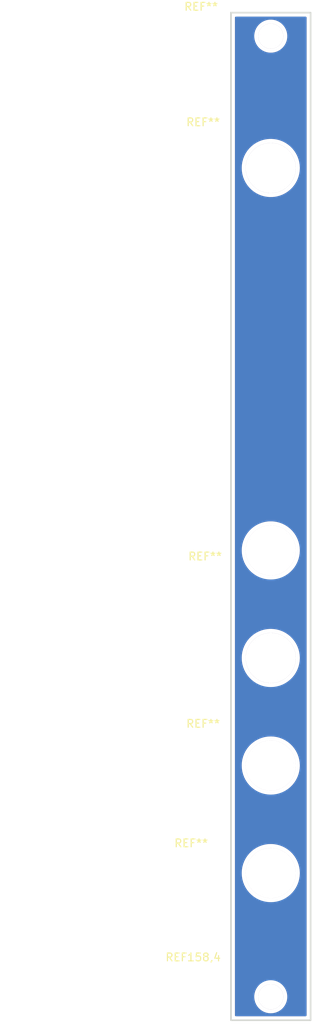
<source format=kicad_pcb>
(kicad_pcb (version 20211014) (generator pcbnew)
  (layers (0 "F.Cu" signal) (31 "B.Cu" signal) (34 "B.Paste" user) (35 "F.Paste" user) (36 "B.SilkS" user "B.Silkscreen") (37 "F.SilkS" user "F.Silkscreen") (38 "B.Mask" user) (39 "F.Mask" user) (44 "Edge.Cuts" user))
  (net 0 "")
  (footprint "" (layer "F.Cu") (at 45.72 135.128)
    (fp_text reference "" (at 0 0) (layer "F.SilkS") (effects (font (size 1.27 1.27))))
    (fp_text value "" (at 0 0) (layer "F.SilkS") (effects (font (size 1.27 1.27))))
    (pad "" thru_hole circle (at 0 0) (size 6.4 6.4) (drill 6.4) (layers *.Cu *.Mask))
  )
  (footprint "MountingHole:MountingHole_6.4mm_M6_ISO14580" (layer "F.Cu") (at 45.72 121.412)
    (fp_text reference "REF**" (at -8.636 -5.334) (layer "F.SilkS"))
    (fp_text value "MountingHole_6.4mm_M6_ISO14580")
    (pad "" thru_hole circle (at 0 0) (size 6.4 6.4) (drill 6.4) (layers *.Cu *.Mask))
  )
  (footprint "MountingHole:MountingHole_6.4mm_M6_ISO14580" (layer "F.Cu") (at 45.72 135.128)
    (fp_text reference "REF**" (at -10.16 -3.81) (layer "F.SilkS"))
    (fp_text value "MountingHole_6.4mm_M6_ISO14580")
    (pad "" np_thru_hole circle (at 0 0) (size 6.4 6.4) (drill 6.4) (layers *.Cu *.Mask))
  )
  (footprint "MountingHole:MountingHole_3.2mm_M3" (layer "F.Cu") (at 45.72 150.9)
    (fp_text reference "REF158,4" (at -9.906 -5.032) (layer "F.SilkS"))
    (fp_text value "MountingHole_3.2mm_M3")
    (pad "" thru_hole circle (at 0 0) (size 3.2 3.2) (drill 3.2) (layers *.Cu *.Mask))
  )
  (footprint "MountingHole:MountingHole_3.2mm_M3" (layer "F.Cu") (at 45.72 28.4)
    (fp_text reference "REF**" (at -8.89 -3.762) (layer "F.SilkS"))
    (fp_text value "MountingHole_3.2mm_M3")
    (pad "" thru_hole circle (at 0 0) (size 3.2 3.2) (drill 3.2) (layers *.Cu *.Mask))
  )
  (footprint "MountingHole:MountingHole_6.4mm_M6_ISO14580" (layer "F.Cu") (at 45.72 93.98)
    (fp_text reference "REF**" (at -8.382 0.762) (layer "F.SilkS"))
    (fp_text value "MountingHole_6.4mm_M6_ISO14580")
    (pad "" thru_hole circle (at 0 0) (size 6.4 6.4) (drill 6.4) (layers *.Cu *.Mask))
  )
  (footprint "" (layer "F.Cu") (at 45.72 107.696)
    (fp_text reference "" (at 0 0) (layer "F.SilkS") (effects (font (size 1.27 1.27))))
    (fp_text value "" (at 0 0) (layer "F.SilkS") (effects (font (size 1.27 1.27))))
    (pad "" thru_hole circle (at 0 0) (size 6.4 6.4) (drill 6.4) (layers *.Cu *.Mask))
  )
  (footprint "" (layer "F.Cu") (at 45.72 121.412)
    (fp_text reference "" (at 0 0) (layer "F.SilkS") (effects (font (size 1.27 1.27))))
    (fp_text value "" (at 0 0) (layer "F.SilkS") (effects (font (size 1.27 1.27))))
    (pad "" np_thru_hole circle (at 0 0) (size 6.4 6.4) (drill 6.4) (layers *.Cu *.Mask))
  )
  (footprint "MountingHole:MountingHole_6.4mm_M6_ISO14580" (layer "F.Cu") (at 45.72 45.212)
    (fp_text reference "REF**" (at -8.636 -5.842) (layer "F.SilkS"))
    (fp_text value "MountingHole_6.4mm_M6_ISO14580")
    (pad "" thru_hole circle (at 0 0) (size 6.4 6.4) (drill 6.4) (layers *.Cu *.Mask))
  )
  (footprint "" (layer "F.Cu") (at 45.72 93.98)
    (fp_text reference "" (at 0 0) (layer "F.SilkS") (effects (font (size 1.27 1.27))))
    (fp_text value "" (at 0 0) (layer "F.SilkS") (effects (font (size 1.27 1.27))))
    (pad "" np_thru_hole circle (at 0 0) (size 6.4 6.4) (drill 6.4) (layers *.Cu *.Mask))
  )
  (gr_line (start 47.5488 86.4108) (end 48.7426 85.471) (layer "F.Cu") (width 0.2))
  (gr_line (start 45.6692 76.8858) (end 47.5234 77.1652) (layer "F.Cu") (width 0.2))
  (gr_line (start 42.9006 68.1228) (end 48.6156 68.5546) (layer "F.Cu") (width 0.2))
  (gr_line (start 46.1772 62.0776) (end 45.6946 61.2902) (layer "F.Cu") (width 0.2))
  (gr_line (start 46.2026 80.645) (end 45.72 79.8576) (layer "F.Cu") (width 0.2))
  (gr_line (start 43.942 73.3552) (end 44.2214 74.7014) (layer "F.Cu") (width 0.2))
  (gr_line (start 47.6758 65.8114) (end 44.4246 67.0306) (layer "F.Cu") (width 0.2))
  (gr_line (start 45.72 79.8576) (end 43.8404 79.8576) (layer "F.Cu") (width 0.2))
  (gr_line (start 49.2252 75.8444) (end 48.514 75.0062) (layer "F.Cu") (width 0.2))
  (gr_line (start 44.4246 76.3524) (end 44.704 74.8284) (layer "F.Cu") (width 0.2))
  (gr_line (start 43.815 70.612) (end 43.2562 72.517) (layer "F.Cu") (width 0.2))
  (gr_line (start 45.3136 80.5688) (end 44.831 81.1276) (layer "F.Cu") (width 0.2))
  (gr_line (start 42.9006 77.4446) (end 48.6156 77.8764) (layer "F.Cu") (width 0.2))
  (gr_line (start 48.5394 84.2518) (end 47.7012 84.3788) (layer "F.Cu") (width 0.2))
  (gr_line (start 49.2252 66.5226) (end 48.514 65.6844) (layer "F.Cu") (width 0.2))
  (gr_line (start 45.9232 63.3222) (end 45.8216 62.7634) (layer "F.Cu") (width 0.2))
  (gr_line (start 44.704 65.5066) (end 44.45 63.3476) (layer "F.Cu") (width 0.2))
  (gr_line (start 44.45 63.3476) (end 45.9232 63.3222) (layer "F.Cu") (width 0.2))
  (gr_line (start 43.2816 81.7626) (end 42.926 86.6902) (layer "F.Cu") (width 0.2))
  (gr_line (start 47.5234 77.1652) (end 48.7172 76.2254) (layer "F.Cu") (width 0.2))
  (gr_line (start 49.3014 77.0128) (end 49.2252 75.8444) (layer "F.Cu") (width 0.2))
  (gr_line (start 47.5234 67.8434) (end 48.7172 66.9036) (layer "F.Cu") (width 0.2))
  (gr_line (start 48.6156 68.5546) (end 49.3014 67.691) (layer "F.Cu") (width 0.2))
  (gr_line (start 45.6946 61.2902) (end 43.815 61.2902) (layer "F.Cu") (width 0.2))
  (gr_line (start 43.815 61.2902) (end 43.2562 63.1952) (layer "F.Cu") (width 0.2))
  (gr_line (start 48.514 65.6844) (end 47.6758 65.8114) (layer "F.Cu") (width 0.2))
  (gr_line (start 43.2562 72.517) (end 42.9006 77.4446) (layer "F.Cu") (width 0.2))
  (gr_line (start 44.8056 71.882) (end 45.4406 72.3392) (layer "F.Cu") (width 0.2))
  (gr_line (start 43.9674 82.6008) (end 44.2468 83.947) (layer "F.Cu") (width 0.2))
  (gr_line (start 45.6692 67.564) (end 47.5234 67.8434) (layer "F.Cu") (width 0.2))
  (gr_line (start 48.514 75.0062) (end 47.6758 75.1332) (layer "F.Cu") (width 0.2))
  (gr_line (start 45.9486 81.8896) (end 45.847 81.3308) (layer "F.Cu") (width 0.2))
  (gr_line (start 49.2506 85.09) (end 48.5394 84.2518) (layer "F.Cu") (width 0.2))
  (gr_line (start 45.2882 62.0014) (end 44.8056 62.5602) (layer "F.Cu") (width 0.2))
  (gr_line (start 44.45 85.598) (end 44.7294 84.074) (layer "F.Cu") (width 0.2))
  (gr_line (start 49.3014 67.691) (end 49.2252 66.5226) (layer "F.Cu") (width 0.2))
  (gr_line (start 49.3268 86.2584) (end 49.2506 85.09) (layer "F.Cu") (width 0.2))
  (gr_line (start 43.942 64.0334) (end 44.2214 65.3796) (layer "F.Cu") (width 0.2))
  (gr_line (start 45.4406 63.0174) (end 46.1772 62.0776) (layer "F.Cu") (width 0.2))
  (gr_line (start 44.45 72.6694) (end 45.9232 72.644) (layer "F.Cu") (width 0.2))
  (gr_line (start 45.466 81.5848) (end 46.2026 80.645) (layer "F.Cu") (width 0.2))
  (gr_line (start 46.1772 71.3994) (end 45.6946 70.612) (layer "F.Cu") (width 0.2))
  (gr_line (start 44.7294 84.074) (end 44.4754 81.915) (layer "F.Cu") (width 0.2))
  (gr_line (start 45.6946 86.1314) (end 47.5488 86.4108) (layer "F.Cu") (width 0.2))
  (gr_line (start 44.8056 62.5602) (end 45.4406 63.0174) (layer "F.Cu") (width 0.2))
  (gr_line (start 44.704 74.8284) (end 44.45 72.6694) (layer "F.Cu") (width 0.2))
  (gr_line (start 44.4754 81.915) (end 45.9486 81.8896) (layer "F.Cu") (width 0.2))
  (gr_line (start 47.6758 75.1332) (end 44.4246 76.3524) (layer "F.Cu") (width 0.2))
  (gr_line (start 45.6946 70.612) (end 43.815 70.612) (layer "F.Cu") (width 0.2))
  (gr_line (start 48.6156 77.8764) (end 49.3014 77.0128) (layer "F.Cu") (width 0.2))
  (gr_line (start 42.926 86.6902) (end 48.641 87.122) (layer "F.Cu") (width 0.2))
  (gr_line (start 47.7012 84.3788) (end 44.45 85.598) (layer "F.Cu") (width 0.2))
  (gr_line (start 48.641 87.122) (end 49.3268 86.2584) (layer "F.Cu") (width 0.2))
  (gr_line (start 45.9232 72.644) (end 45.8216 72.0852) (layer "F.Cu") (width 0.2))
  (gr_line (start 45.2882 71.3232) (end 44.8056 71.882) (layer "F.Cu") (width 0.2))
  (gr_line (start 44.831 81.1276) (end 45.466 81.5848) (layer "F.Cu") (width 0.2))
  (gr_line (start 43.2562 63.1952) (end 42.9006 68.1228) (layer "F.Cu") (width 0.2))
  (gr_line (start 43.8404 79.8576) (end 43.2816 81.7626) (layer "F.Cu") (width 0.2))
  (gr_line (start 45.4406 72.3392) (end 46.1772 71.3994) (layer "F.Cu") (width 0.2))
  (gr_line (start 44.4246 67.0306) (end 44.704 65.5066) (layer "F.Cu") (width 0.2))
  (gr_rect (start 40.64 25.4) (end 50.8 153.9) (layer "Edge.Cuts") (width 0.2) (fill none))
  (gr_text "IN\n" (at 45.72 38.862) (layer "F.Cu") (effects (font (size 1.5 1.5) (thickness 0.3))))
  (gr_text "OUT" (at 45.72 140.462) (layer "F.Cu") (effects (font (size 1.5 1.5) (thickness 0.3))))
  (gr_text "BUFF\nMULT" (at 45.72 55.88) (layer "F.Cu") (effects (font (size 1.5 1.5) (thickness 0.3))))
  (gr_text "OUT" (at 45.72 99.314) (layer "F.Cu") (effects (font (size 1.5 1.5) (thickness 0.3))))
  (gr_text "OUT" (at 45.72 113.03) (layer "F.Cu") (effects (font (size 1.5 1.5) (thickness 0.3))))
  (gr_text "OUT" (at 45.72 126.746) (layer "F.Cu") (effects (font (size 1.5 1.5) (thickness 0.3))))
  (gr_text "IK :D\n" (at 45.72 147.32) (layer "F.Cu") (effects (font (size 1.5 1.5) (thickness 0.3))))
  (zone (net 0) (net_name "") (layers F&B.Cu) (connect_pads (clearance 0.508)) (min_thickness 0.254) (fill yes (thermal_gap 0.508) (thermal_bridge_width 0.508))
    (polygon (pts (xy 50.8 154.102) (xy 40.64 154.102) (xy 40.64 25.019) (xy 50.8 25.019)))
  )
)
</source>
